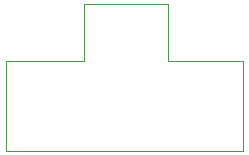
<source format=gbr>
G04 #@! TF.GenerationSoftware,KiCad,Pcbnew,(5.1.4)-1*
G04 #@! TF.CreationDate,2019-10-21T16:34:44-04:00*
G04 #@! TF.ProjectId,relay_ctrl_turbo,72656c61-795f-4637-9472-6c5f74757262,rev?*
G04 #@! TF.SameCoordinates,Original*
G04 #@! TF.FileFunction,Profile,NP*
%FSLAX46Y46*%
G04 Gerber Fmt 4.6, Leading zero omitted, Abs format (unit mm)*
G04 Created by KiCad (PCBNEW (5.1.4)-1) date 2019-10-21 16:34:44*
%MOMM*%
%LPD*%
G04 APERTURE LIST*
%ADD10C,0.050000*%
G04 APERTURE END LIST*
D10*
X168656000Y-43942000D02*
X168656000Y-51562000D01*
X162306000Y-43942000D02*
X168656000Y-43942000D01*
X162306000Y-39116000D02*
X162306000Y-43942000D01*
X155194000Y-39116000D02*
X162306000Y-39116000D01*
X155194000Y-43942000D02*
X155194000Y-39116000D01*
X148590000Y-43942000D02*
X155194000Y-43942000D01*
X165608000Y-51562000D02*
X168656000Y-51562000D01*
X151638000Y-51562000D02*
X148590000Y-51562000D01*
X148590000Y-43942000D02*
X148590000Y-51562000D01*
X165608000Y-51562000D02*
X151638000Y-51562000D01*
M02*

</source>
